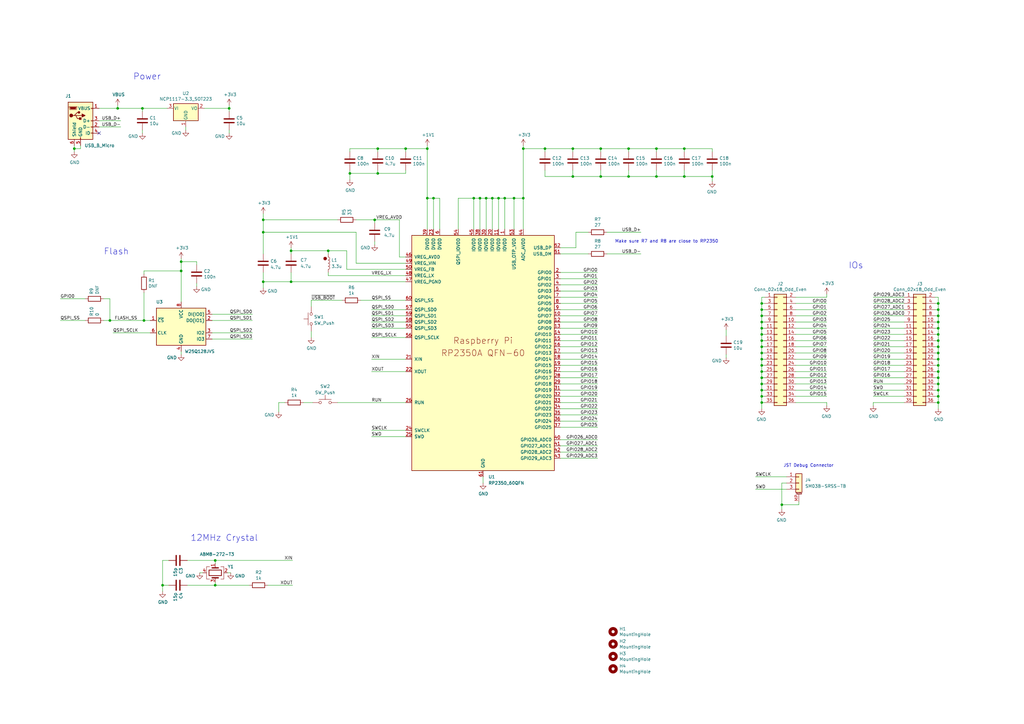
<source format=kicad_sch>
(kicad_sch (version 20250114) (generator "eeschema") (generator_version "9.0")
  (paper "A3")
  (title_block (title "RP2350A QFN-60 Minimal Design Example") (date "2024-07-01") (rev "REV3") (company "Raspberry Pi Ltd"))
  (circle (center 133.35 106.045) (radius 0.635) (stroke (width 0) (color 132 0 0 1)) (fill (type color) (color 132 0 0 1)))
  (text "JST Debug Connector" (at 321.31 191.77 0) (effects (font (size 1.27 1.27)) (justify left bottom)))
  (text "IOs" (at 347.98 110.49 0) (effects (font (size 2.54 2.54)) (justify left bottom)))
  (text "Flash" (at 42.545 104.775 0) (effects (font (size 2.54 2.54)) (justify left bottom)))
  (text "Make sure R7 and R8 are close to RP2350\n" (at 252.222 99.822 0) (effects (font (size 1.27 1.27)) (justify left bottom)))
  (text "12MHz Crystal" (at 78.105 222.25 0) (effects (font (size 2.54 2.54)) (justify left bottom)))
  (text "Power" (at 54.61 33.02 0) (effects (font (size 2.54 2.54)) (justify left bottom)))
  (junction (at 320.675 207.01))
  (junction (at 257.81 60.96))
  (junction (at 153.67 90.17))
  (junction (at 312.42 149.86))
  (junction (at 119.38 102.87))
  (junction (at 312.42 157.48))
  (junction (at 194.31 81.28))
  (junction (at 280.67 72.39))
  (junction (at 312.42 147.32))
  (junction (at 175.26 81.28))
  (junction (at 154.94 71.12))
  (junction (at 214.63 60.96))
  (junction (at 384.81 162.56))
  (junction (at 312.42 144.78))
  (junction (at 196.85 81.28))
  (junction (at 88.265 229.87))
  (junction (at 48.26 44.45))
  (junction (at 134.62 102.87))
  (junction (at 30.48 60.96))
  (junction (at 119.38 115.57))
  (junction (at 223.52 60.96))
  (junction (at 312.42 152.4))
  (junction (at 210.82 81.28))
  (junction (at 66.675 240.03))
  (junction (at 154.94 60.96))
  (junction (at 207.01 81.28))
  (junction (at 384.81 154.94))
  (junction (at 269.24 72.39))
  (junction (at 384.81 134.62))
  (junction (at 384.81 144.78))
  (junction (at 292.1 72.39))
  (junction (at 384.81 127))
  (junction (at 384.81 157.48))
  (junction (at 246.38 72.39))
  (junction (at 312.42 142.24))
  (junction (at 204.47 81.28))
  (junction (at 74.295 107.315))
  (junction (at 312.42 129.54))
  (junction (at 199.39 81.28))
  (junction (at 384.81 165.1))
  (junction (at 175.26 60.96))
  (junction (at 74.295 111.125))
  (junction (at 107.95 115.57))
  (junction (at 384.81 137.16))
  (junction (at 280.67 60.96))
  (junction (at 384.81 139.7))
  (junction (at 257.81 72.39))
  (junction (at 269.24 60.96))
  (junction (at 312.42 139.7))
  (junction (at 312.42 137.16))
  (junction (at 58.42 44.45))
  (junction (at 166.37 60.96))
  (junction (at 384.81 160.02))
  (junction (at 384.81 152.4))
  (junction (at 384.81 132.08))
  (junction (at 312.42 165.1))
  (junction (at 312.42 154.94))
  (junction (at 312.42 127))
  (junction (at 384.81 129.54))
  (junction (at 312.42 124.46))
  (junction (at 384.81 147.32))
  (junction (at 234.95 60.96))
  (junction (at 88.265 240.03))
  (junction (at 312.42 160.02))
  (junction (at 234.95 72.39))
  (junction (at 214.63 81.28))
  (junction (at 384.81 142.24))
  (junction (at 107.95 90.17))
  (junction (at 312.42 162.56))
  (junction (at 177.8 81.28))
  (junction (at 246.38 60.96))
  (junction (at 59.055 131.445))
  (junction (at 45.085 131.445))
  (junction (at 384.81 124.46))
  (junction (at 384.81 149.86))
  (junction (at 93.98 44.45))
  (junction (at 312.42 132.08))
  (junction (at 201.93 81.28))
  (junction (at 107.95 95.25))
  (junction (at 143.51 71.12))
  (junction (at 312.42 134.62))
  (no_connect (at 40.64 54.61))
  (wire (pts (xy 229.87 127) (xy 245.11 127)))
  (wire (pts (xy 153.67 100.33) (xy 153.67 99.06)))
  (wire (pts (xy 24.765 122.555) (xy 34.925 122.555)))
  (wire (pts (xy 146.05 95.25) (xy 146.05 107.95)))
  (wire (pts (xy 384.81 152.4) (xy 384.81 154.94)))
  (wire (pts (xy 229.87 185.42) (xy 245.11 185.42)))
  (wire (pts (xy 384.81 137.16) (xy 384.81 139.7)))
  (wire (pts (xy 339.09 144.78) (xy 326.39 144.78)))
  (wire (pts (xy 370.84 147.32) (xy 358.14 147.32)))
  (wire (pts (xy 312.42 160.02) (xy 312.42 162.56)))
  (wire (pts (xy 320.675 198.12) (xy 320.675 207.01)))
  (wire (pts (xy 154.94 60.96) (xy 166.37 60.96)))
  (wire (pts (xy 370.84 132.08) (xy 358.14 132.08)))
  (wire (pts (xy 229.87 129.54) (xy 245.11 129.54)))
  (wire (pts (xy 93.98 44.45) (xy 93.98 43.18)))
  (wire (pts (xy 370.84 157.48) (xy 358.14 157.48)))
  (wire (pts (xy 88.265 231.14) (xy 88.265 229.87)))
  (wire (pts (xy 234.95 62.23) (xy 234.95 60.96)))
  (wire (pts (xy 234.95 69.85) (xy 234.95 72.39)))
  (wire (pts (xy 163.83 90.17) (xy 163.83 105.41)))
  (wire (pts (xy 339.09 149.86) (xy 326.39 149.86)))
  (wire (pts (xy 207.01 81.28) (xy 210.82 81.28)))
  (wire (pts (xy 154.94 62.23) (xy 154.94 60.96)))
  (wire (pts (xy 166.37 138.43) (xy 152.4 138.43)))
  (wire (pts (xy 154.94 71.12) (xy 166.37 71.12)))
  (wire (pts (xy 30.48 59.69) (xy 30.48 60.96)))
  (wire (pts (xy 229.87 167.64) (xy 245.11 167.64)))
  (wire (pts (xy 384.81 165.1) (xy 384.81 167.64)))
  (wire (pts (xy 229.87 111.76) (xy 245.11 111.76)))
  (wire (pts (xy 143.51 69.85) (xy 143.51 71.12)))
  (wire (pts (xy 48.26 43.18) (xy 48.26 44.45)))
  (wire (pts (xy 153.67 90.17) (xy 163.83 90.17)))
  (wire (pts (xy 384.81 154.94) (xy 384.81 157.48)))
  (wire (pts (xy 229.87 162.56) (xy 245.11 162.56)))
  (wire (pts (xy 339.09 154.94) (xy 326.39 154.94)))
  (wire (pts (xy 384.81 132.08) (xy 384.81 134.62)))
  (wire (pts (xy 312.42 165.1) (xy 312.42 167.64)))
  (wire (pts (xy 246.38 62.23) (xy 246.38 60.96)))
  (wire (pts (xy 127.635 123.19) (xy 127.635 125.73)))
  (wire (pts (xy 166.37 176.53) (xy 152.4 176.53)))
  (wire (pts (xy 370.84 144.78) (xy 358.14 144.78)))
  (wire (pts (xy 107.95 90.17) (xy 107.95 95.25)))
  (wire (pts (xy 223.52 62.23) (xy 223.52 60.96)))
  (wire (pts (xy 88.265 240.03) (xy 102.235 240.03)))
  (wire (pts (xy 384.81 129.54) (xy 384.81 132.08)))
  (wire (pts (xy 223.52 69.85) (xy 223.52 72.39)))
  (wire (pts (xy 107.95 95.25) (xy 146.05 95.25)))
  (wire (pts (xy 107.95 95.25) (xy 107.95 104.14)))
  (wire (pts (xy 313.69 157.48) (xy 312.42 157.48)))
  (wire (pts (xy 66.675 240.03) (xy 66.675 242.57)))
  (wire (pts (xy 370.84 152.4) (xy 358.14 152.4)))
  (wire (pts (xy 312.42 162.56) (xy 312.42 165.1)))
  (wire (pts (xy 199.39 93.98) (xy 199.39 81.28)))
  (wire (pts (xy 33.02 59.69) (xy 33.02 60.96)))
  (wire (pts (xy 312.42 139.7) (xy 312.42 142.24)))
  (wire (pts (xy 187.96 93.98) (xy 187.96 81.28)))
  (wire (pts (xy 46.355 136.525) (xy 61.595 136.525)))
  (wire (pts (xy 74.295 106.045) (xy 74.295 107.315)))
  (wire (pts (xy 66.675 229.87) (xy 66.675 240.03)))
  (wire (pts (xy 210.82 81.28) (xy 214.63 81.28)))
  (wire (pts (xy 257.81 60.96) (xy 269.24 60.96)))
  (wire (pts (xy 383.54 142.24) (xy 384.81 142.24)))
  (wire (pts (xy 69.215 229.87) (xy 66.675 229.87)))
  (wire (pts (xy 153.67 90.17) (xy 153.67 91.44)))
  (wire (pts (xy 269.24 72.39) (xy 257.81 72.39)))
  (wire (pts (xy 339.09 157.48) (xy 326.39 157.48)))
  (wire (pts (xy 229.87 175.26) (xy 245.11 175.26)))
  (wire (pts (xy 42.545 122.555) (xy 45.085 122.555)))
  (wire (pts (xy 201.93 81.28) (xy 204.47 81.28)))
  (wire (pts (xy 40.64 52.07) (xy 49.53 52.07)))
  (wire (pts (xy 234.95 72.39) (xy 223.52 72.39)))
  (wire (pts (xy 269.24 69.85) (xy 269.24 72.39)))
  (wire (pts (xy 175.26 60.96) (xy 175.26 81.28)))
  (wire (pts (xy 196.85 81.28) (xy 199.39 81.28)))
  (wire (pts (xy 384.81 144.78) (xy 384.81 147.32)))
  (wire (pts (xy 383.54 157.48) (xy 384.81 157.48)))
  (wire (pts (xy 229.87 139.7) (xy 245.11 139.7)))
  (wire (pts (xy 201.93 93.98) (xy 201.93 81.28)))
  (wire (pts (xy 59.055 111.125) (xy 74.295 111.125)))
  (wire (pts (xy 146.05 107.95) (xy 166.37 107.95)))
  (wire (pts (xy 383.54 165.1) (xy 384.81 165.1)))
  (wire (pts (xy 383.54 139.7) (xy 384.81 139.7)))
  (wire (pts (xy 199.39 81.28) (xy 201.93 81.28)))
  (wire (pts (xy 58.42 45.72) (xy 58.42 44.45)))
  (wire (pts (xy 383.54 134.62) (xy 384.81 134.62)))
  (wire (pts (xy 107.95 87.63) (xy 107.95 90.17)))
  (wire (pts (xy 313.69 149.86) (xy 312.42 149.86)))
  (wire (pts (xy 384.81 127) (xy 384.81 129.54)))
  (wire (pts (xy 107.95 115.57) (xy 119.38 115.57)))
  (wire (pts (xy 229.87 132.08) (xy 245.11 132.08)))
  (wire (pts (xy 116.84 165.1) (xy 114.3 165.1)))
  (wire (pts (xy 234.95 60.96) (xy 246.38 60.96)))
  (wire (pts (xy 59.055 112.395) (xy 59.055 111.125)))
  (wire (pts (xy 119.38 104.14) (xy 119.38 102.87)))
  (wire (pts (xy 339.09 166.37) (xy 339.09 165.1)))
  (wire (pts (xy 229.87 114.3) (xy 245.11 114.3)))
  (wire (pts (xy 86.995 139.065) (xy 103.505 139.065)))
  (wire (pts (xy 166.37 123.19) (xy 147.955 123.19)))
  (wire (pts (xy 143.51 62.23) (xy 143.51 60.96)))
  (wire (pts (xy 312.42 127) (xy 312.42 129.54)))
  (wire (pts (xy 107.95 111.76) (xy 107.95 115.57)))
  (wire (pts (xy 383.54 129.54) (xy 384.81 129.54)))
  (wire (pts (xy 327.66 205.74) (xy 327.66 207.01)))
  (wire (pts (xy 370.84 160.02) (xy 358.14 160.02)))
  (wire (pts (xy 339.09 147.32) (xy 326.39 147.32)))
  (wire (pts (xy 370.84 142.24) (xy 358.14 142.24)))
  (wire (pts (xy 384.81 142.24) (xy 384.81 144.78)))
  (wire (pts (xy 166.37 110.49) (xy 142.24 110.49)))
  (wire (pts (xy 59.055 120.015) (xy 59.055 131.445)))
  (wire (pts (xy 74.295 144.145) (xy 74.295 145.415)))
  (wire (pts (xy 384.81 121.92) (xy 384.81 124.46)))
  (wire (pts (xy 383.54 160.02) (xy 384.81 160.02)))
  (wire (pts (xy 229.87 172.72) (xy 245.11 172.72)))
  (wire (pts (xy 140.335 123.19) (xy 127.635 123.19)))
  (wire (pts (xy 309.88 200.66) (xy 322.58 200.66)))
  (wire (pts (xy 384.81 157.48) (xy 384.81 160.02)))
  (wire (pts (xy 370.84 127) (xy 358.14 127)))
  (wire (pts (xy 229.87 187.96) (xy 245.11 187.96)))
  (wire (pts (xy 248.92 104.14) (xy 262.89 104.14)))
  (wire (pts (xy 384.81 149.86) (xy 384.81 152.4)))
  (wire (pts (xy 175.26 81.28) (xy 175.26 93.98)))
  (wire (pts (xy 370.84 149.86) (xy 358.14 149.86)))
  (wire (pts (xy 370.84 124.46) (xy 358.14 124.46)))
  (wire (pts (xy 59.055 131.445) (xy 61.595 131.445)))
  (wire (pts (xy 383.54 121.92) (xy 384.81 121.92)))
  (wire (pts (xy 214.63 81.28) (xy 214.63 93.98)))
  (wire (pts (xy 119.38 101.6) (xy 119.38 102.87)))
  (wire (pts (xy 109.855 240.03) (xy 120.015 240.03)))
  (wire (pts (xy 76.835 240.03) (xy 88.265 240.03)))
  (wire (pts (xy 119.38 115.57) (xy 166.37 115.57)))
  (wire (pts (xy 339.09 137.16) (xy 326.39 137.16)))
  (wire (pts (xy 107.95 115.57) (xy 107.95 118.11)))
  (wire (pts (xy 48.26 44.45) (xy 58.42 44.45)))
  (wire (pts (xy 313.69 139.7) (xy 312.42 139.7)))
  (wire (pts (xy 69.215 240.03) (xy 66.675 240.03)))
  (wire (pts (xy 383.54 162.56) (xy 384.81 162.56)))
  (wire (pts (xy 107.95 90.17) (xy 138.43 90.17)))
  (wire (pts (xy 383.54 152.4) (xy 384.81 152.4)))
  (wire (pts (xy 74.295 111.125) (xy 74.295 123.825)))
  (wire (pts (xy 143.51 71.12) (xy 143.51 73.66)))
  (wire (pts (xy 204.47 81.28) (xy 207.01 81.28)))
  (wire (pts (xy 24.765 131.445) (xy 34.925 131.445)))
  (wire (pts (xy 339.09 160.02) (xy 326.39 160.02)))
  (wire (pts (xy 83.82 44.45) (xy 93.98 44.45)))
  (wire (pts (xy 313.69 121.92) (xy 312.42 121.92)))
  (wire (pts (xy 313.69 160.02) (xy 312.42 160.02)))
  (wire (pts (xy 229.87 170.18) (xy 245.11 170.18)))
  (wire (pts (xy 154.94 69.85) (xy 154.94 71.12)))
  (wire (pts (xy 269.24 60.96) (xy 280.67 60.96)))
  (wire (pts (xy 383.54 124.46) (xy 384.81 124.46)))
  (wire (pts (xy 383.54 144.78) (xy 384.81 144.78)))
  (wire (pts (xy 339.09 121.92) (xy 339.09 120.65)))
  (wire (pts (xy 384.81 160.02) (xy 384.81 162.56)))
  (wire (pts (xy 358.14 165.1) (xy 370.84 165.1)))
  (wire (pts (xy 74.295 107.315) (xy 74.295 111.125)))
  (wire (pts (xy 292.1 69.85) (xy 292.1 72.39)))
  (wire (pts (xy 42.545 131.445) (xy 45.085 131.445)))
  (wire (pts (xy 86.995 136.525) (xy 103.505 136.525)))
  (wire (pts (xy 152.4 147.32) (xy 166.37 147.32)))
  (wire (pts (xy 198.12 195.58) (xy 198.12 198.12)))
  (wire (pts (xy 152.4 132.08) (xy 166.37 132.08)))
  (wire (pts (xy 81.915 234.95) (xy 83.185 234.95)))
  (wire (pts (xy 384.81 139.7) (xy 384.81 142.24)))
  (wire (pts (xy 58.42 53.34) (xy 58.42 54.61)))
  (wire (pts (xy 180.34 81.28) (xy 180.34 93.98)))
  (wire (pts (xy 194.31 93.98) (xy 194.31 81.28)))
  (wire (pts (xy 229.87 182.88) (xy 245.11 182.88)))
  (wire (pts (xy 229.87 116.84) (xy 245.11 116.84)))
  (wire (pts (xy 143.51 60.96) (xy 154.94 60.96)))
  (wire (pts (xy 142.24 110.49) (xy 142.24 102.87)))
  (wire (pts (xy 370.84 121.92) (xy 358.14 121.92)))
  (wire (pts (xy 383.54 154.94) (xy 384.81 154.94)))
  (wire (pts (xy 339.09 165.1) (xy 326.39 165.1)))
  (wire (pts (xy 80.645 107.315) (xy 74.295 107.315)))
  (wire (pts (xy 312.42 124.46) (xy 312.42 127)))
  (wire (pts (xy 229.87 137.16) (xy 245.11 137.16)))
  (wire (pts (xy 280.67 62.23) (xy 280.67 60.96)))
  (wire (pts (xy 152.4 127) (xy 166.37 127)))
  (wire (pts (xy 312.42 134.62) (xy 312.42 137.16)))
  (wire (pts (xy 236.22 95.25) (xy 236.22 101.6)))
  (wire (pts (xy 229.87 144.78) (xy 245.11 144.78)))
  (wire (pts (xy 383.54 137.16) (xy 384.81 137.16)))
  (wire (pts (xy 257.81 69.85) (xy 257.81 72.39)))
  (wire (pts (xy 214.63 59.69) (xy 214.63 60.96)))
  (wire (pts (xy 257.81 62.23) (xy 257.81 60.96)))
  (wire (pts (xy 229.87 154.94) (xy 245.11 154.94)))
  (wire (pts (xy 312.42 142.24) (xy 312.42 144.78)))
  (wire (pts (xy 146.05 90.17) (xy 153.67 90.17)))
  (wire (pts (xy 152.4 129.54) (xy 166.37 129.54)))
  (wire (pts (xy 313.69 147.32) (xy 312.42 147.32)))
  (wire (pts (xy 152.4 134.62) (xy 166.37 134.62)))
  (wire (pts (xy 269.24 62.23) (xy 269.24 60.96)))
  (wire (pts (xy 313.69 152.4) (xy 312.42 152.4)))
  (wire (pts (xy 229.87 134.62) (xy 245.11 134.62)))
  (wire (pts (xy 124.46 165.1) (xy 128.27 165.1)))
  (wire (pts (xy 127.635 135.89) (xy 127.635 138.43)))
  (wire (pts (xy 280.67 72.39) (xy 269.24 72.39)))
  (wire (pts (xy 80.645 108.585) (xy 80.645 107.315)))
  (wire (pts (xy 312.42 121.92) (xy 312.42 124.46)))
  (wire (pts (xy 297.815 135.255) (xy 297.815 137.795)))
  (wire (pts (xy 383.54 132.08) (xy 384.81 132.08)))
  (wire (pts (xy 166.37 60.96) (xy 175.26 60.96)))
  (wire (pts (xy 229.87 160.02) (xy 245.11 160.02)))
  (wire (pts (xy 370.84 134.62) (xy 358.14 134.62)))
  (wire (pts (xy 246.38 60.96) (xy 257.81 60.96)))
  (wire (pts (xy 257.81 72.39) (xy 246.38 72.39)))
  (wire (pts (xy 214.63 60.96) (xy 223.52 60.96)))
  (wire (pts (xy 134.62 113.03) (xy 166.37 113.03)))
  (wire (pts (xy 119.38 111.76) (xy 119.38 115.57)))
  (wire (pts (xy 229.87 149.86) (xy 245.11 149.86)))
  (wire (pts (xy 119.38 102.87) (xy 134.62 102.87)))
  (wire (pts (xy 33.02 60.96) (xy 30.48 60.96)))
  (wire (pts (xy 246.38 69.85) (xy 246.38 72.39)))
  (wire (pts (xy 166.37 179.07) (xy 152.4 179.07)))
  (wire (pts (xy 384.81 134.62) (xy 384.81 137.16)))
  (wire (pts (xy 236.22 95.25) (xy 241.3 95.25)))
  (wire (pts (xy 313.69 132.08) (xy 312.42 132.08)))
  (wire (pts (xy 312.42 129.54) (xy 312.42 132.08)))
  (wire (pts (xy 177.8 81.28) (xy 180.34 81.28)))
  (wire (pts (xy 339.09 162.56) (xy 326.39 162.56)))
  (wire (pts (xy 93.345 234.95) (xy 94.615 234.95)))
  (wire (pts (xy 196.85 93.98) (xy 196.85 81.28)))
  (wire (pts (xy 320.675 207.01) (xy 327.66 207.01)))
  (wire (pts (xy 384.81 162.56) (xy 384.81 165.1)))
  (wire (pts (xy 229.87 165.1) (xy 245.11 165.1)))
  (wire (pts (xy 313.69 124.46) (xy 312.42 124.46)))
  (wire (pts (xy 313.69 142.24) (xy 312.42 142.24)))
  (wire (pts (xy 312.42 147.32) (xy 312.42 149.86)))
  (wire (pts (xy 248.92 95.25) (xy 262.89 95.25)))
  (wire (pts (xy 339.09 142.24) (xy 326.39 142.24)))
  (wire (pts (xy 339.09 134.62) (xy 326.39 134.62)))
  (wire (pts (xy 358.14 166.37) (xy 358.14 165.1)))
  (wire (pts (xy 210.82 93.98) (xy 210.82 81.28)))
  (wire (pts (xy 339.09 124.46) (xy 326.39 124.46)))
  (wire (pts (xy 313.69 162.56) (xy 312.42 162.56)))
  (wire (pts (xy 175.26 59.69) (xy 175.26 60.96)))
  (wire (pts (xy 309.88 195.58) (xy 322.58 195.58)))
  (wire (pts (xy 229.87 119.38) (xy 245.11 119.38)))
  (wire (pts (xy 280.67 72.39) (xy 292.1 72.39)))
  (wire (pts (xy 292.1 72.39) (xy 292.1 74.295)))
  (wire (pts (xy 370.84 139.7) (xy 358.14 139.7)))
  (wire (pts (xy 134.62 113.03) (xy 134.62 111.76)))
  (wire (pts (xy 370.84 154.94) (xy 358.14 154.94)))
  (wire (pts (xy 229.87 157.48) (xy 245.11 157.48)))
  (wire (pts (xy 383.54 149.86) (xy 384.81 149.86)))
  (wire (pts (xy 313.69 129.54) (xy 312.42 129.54)))
  (wire (pts (xy 45.085 122.555) (xy 45.085 131.445)))
  (wire (pts (xy 339.09 129.54) (xy 326.39 129.54)))
  (wire (pts (xy 229.87 180.34) (xy 245.11 180.34)))
  (wire (pts (xy 280.67 60.96) (xy 292.1 60.96)))
  (wire (pts (xy 313.69 134.62) (xy 312.42 134.62)))
  (wire (pts (xy 194.31 81.28) (xy 196.85 81.28)))
  (wire (pts (xy 312.42 152.4) (xy 312.42 154.94)))
  (wire (pts (xy 204.47 93.98) (xy 204.47 81.28)))
  (wire (pts (xy 339.09 152.4) (xy 326.39 152.4)))
  (wire (pts (xy 383.54 127) (xy 384.81 127)))
  (wire (pts (xy 229.87 152.4) (xy 245.11 152.4)))
  (wire (pts (xy 134.62 102.87) (xy 134.62 104.14)))
  (wire (pts (xy 76.2 52.07) (xy 76.2 53.34)))
  (wire (pts (xy 312.42 144.78) (xy 312.42 147.32)))
  (wire (pts (xy 339.09 127) (xy 326.39 127)))
  (wire (pts (xy 229.87 147.32) (xy 245.11 147.32)))
  (wire (pts (xy 45.085 131.445) (xy 59.055 131.445)))
  (wire (pts (xy 40.64 49.53) (xy 49.53 49.53)))
  (wire (pts (xy 166.37 62.23) (xy 166.37 60.96)))
  (wire (pts (xy 229.87 101.6) (xy 236.22 101.6)))
  (wire (pts (xy 313.69 137.16) (xy 312.42 137.16)))
  (wire (pts (xy 93.98 45.72) (xy 93.98 44.45)))
  (wire (pts (xy 246.38 72.39) (xy 234.95 72.39)))
  (wire (pts (xy 143.51 71.12) (xy 154.94 71.12)))
  (wire (pts (xy 339.09 121.92) (xy 326.39 121.92)))
  (wire (pts (xy 187.96 81.28) (xy 194.31 81.28)))
  (wire (pts (xy 370.84 129.54) (xy 358.14 129.54)))
  (wire (pts (xy 384.81 124.46) (xy 384.81 127)))
  (wire (pts (xy 40.64 44.45) (xy 48.26 44.45)))
  (wire (pts (xy 177.8 81.28) (xy 175.26 81.28)))
  (wire (pts (xy 68.58 44.45) (xy 58.42 44.45)))
  (wire (pts (xy 207.01 81.28) (xy 207.01 93.98)))
  (wire (pts (xy 322.58 198.12) (xy 320.675 198.12)))
  (wire (pts (xy 88.265 229.87) (xy 120.015 229.87)))
  (wire (pts (xy 30.48 60.96) (xy 30.48 62.23)))
  (wire (pts (xy 313.69 154.94) (xy 312.42 154.94)))
  (wire (pts (xy 93.98 53.34) (xy 93.98 54.61)))
  (wire (pts (xy 312.42 149.86) (xy 312.42 152.4)))
  (wire (pts (xy 229.87 104.14) (xy 241.3 104.14)))
  (wire (pts (xy 142.24 102.87) (xy 134.62 102.87)))
  (wire (pts (xy 114.3 165.1) (xy 114.3 168.91)))
  (wire (pts (xy 88.265 238.76) (xy 88.265 240.03)))
  (wire (pts (xy 229.87 124.46) (xy 245.11 124.46)))
  (wire (pts (xy 229.87 142.24) (xy 245.11 142.24)))
  (wire (pts (xy 312.42 132.08) (xy 312.42 134.62)))
  (wire (pts (xy 339.09 139.7) (xy 326.39 139.7)))
  (wire (pts (xy 214.63 60.96) (xy 214.63 81.28)))
  (wire (pts (xy 313.69 127) (xy 312.42 127)))
  (wire (pts (xy 229.87 121.92) (xy 245.11 121.92)))
  (wire (pts (xy 163.83 105.41) (xy 166.37 105.41)))
  (wire (pts (xy 384.81 147.32) (xy 384.81 149.86)))
  (wire (pts (xy 297.815 145.415) (xy 297.815 146.685)))
  (wire (pts (xy 86.995 128.905) (xy 103.505 128.905)))
  (wire (pts (xy 339.09 132.08) (xy 326.39 132.08)))
  (wire (pts (xy 312.42 154.94) (xy 312.42 157.48)))
  (wire (pts (xy 223.52 60.96) (xy 234.95 60.96)))
  (wire (pts (xy 166.37 152.4) (xy 152.4 152.4)))
  (wire (pts (xy 320.675 207.01) (xy 320.675 208.915)))
  (wire (pts (xy 313.69 165.1) (xy 312.42 165.1)))
  (wire (pts (xy 313.69 144.78) (xy 312.42 144.78)))
  (wire (pts (xy 292.1 62.23) (xy 292.1 60.96)))
  (wire (pts (xy 312.42 157.48) (xy 312.42 160.02)))
  (wire (pts (xy 370.84 137.16) (xy 358.14 137.16)))
  (wire (pts (xy 383.54 147.32) (xy 384.81 147.32)))
  (wire (pts (xy 370.84 162.56) (xy 358.14 162.56)))
  (wire (pts (xy 76.835 229.87) (xy 88.265 229.87)))
  (wire (pts (xy 86.995 131.445) (xy 103.505 131.445)))
  (wire (pts (xy 166.37 71.12) (xy 166.37 69.85)))
  (wire (pts (xy 177.8 93.98) (xy 177.8 81.28)))
  (wire (pts (xy 138.43 165.1) (xy 166.37 165.1)))
  (wire (pts (xy 280.67 69.85) (xy 280.67 72.39)))
  (wire (pts (xy 80.645 116.205) (xy 80.645 117.475)))
  (wire (pts (xy 312.42 137.16) (xy 312.42 139.7)))
  (label "XIN" (at 152.4 147.32 0))
  (label "GPIO26_ADC0" (at 358.14 129.54 0))
  (label "USB_D+" (at 262.89 95.25 180))
  (label "GPIO26_ADC0" (at 245.11 180.34 180))
  (label "QSPI_SS" (at 24.765 131.445 0))
  (label "GPIO25" (at 358.14 132.08 0))
  (label "RUN" (at 358.14 157.48 0))
  (label "GPIO11" (at 339.09 152.4 180))
  (label "XOUT" (at 152.4 152.4 0))
  (label "GPIO2" (at 245.11 116.84 180))
  (label "GPIO1" (at 245.11 114.3 180))
  (label "GPIO3" (at 339.09 132.08 180))
  (label "GPIO15" (at 339.09 162.56 180))
  (label "GPIO21" (at 358.14 142.24 0))
  (label "GPIO20" (at 358.14 144.78 0))
  (label "GPIO8" (at 339.09 144.78 180))
  (label "SWCLK" (at 358.14 162.56 0))
  (label "GPIO0" (at 24.765 122.555 0))
  (label "GPIO17" (at 358.14 152.4 0))
  (label "GPIO1" (at 339.09 127 180))
  (label "GPIO28_ADC2" (at 358.14 124.46 0))
  (label "GPIO18" (at 358.14 149.86 0))
  (label "QSPI_SD2" (at 103.505 136.525 180))
  (label "FLASH_SS" (at 46.99 131.445 0))
  (label "GPIO27_ADC1" (at 358.14 127 0))
  (label "GPIO0" (at 245.11 111.76 180))
  (label "GPIO14" (at 245.11 147.32 180))
  (label "RUN" (at 152.4 165.1 0))
  (label "QSPI_SD0" (at 152.4 127 0))
  (label "QSPI_SD0" (at 103.505 128.905 180))
  (label "GPIO16" (at 358.14 154.94 0))
  (label "QSPI_SS" (at 152.4 123.19 0))
  (label "SWCLK" (at 152.4 176.53 0))
  (label "GPIO22" (at 358.14 139.7 0))
  (label "GPIO25" (at 245.11 175.26 180))
  (label "SWD" (at 358.14 160.02 0))
  (label "GPIO12" (at 339.09 154.94 180))
  (label "GPIO10" (at 339.09 149.86 180))
  (label "GPIO19" (at 358.14 147.32 0))
  (label "SWCLK" (at 309.88 195.58 0))
  (label "QSPI_SD3" (at 103.505 139.065 180))
  (label "GPIO24" (at 245.11 172.72 180))
  (label "GPIO4" (at 245.11 121.92 180))
  (label "GPIO7" (at 339.09 142.24 180))
  (label "XOUT" (at 120.015 240.03 180))
  (label "GPIO5" (at 245.11 124.46 180))
  (label "QSPI_SD2" (at 152.4 132.08 0))
  (label "GPIO19" (at 245.11 160.02 180))
  (label "USB_D+" (at 49.53 49.53 180))
  (label "USB_D-" (at 262.89 104.14 180))
  (label "GPIO8" (at 245.11 132.08 180))
  (label "GPIO6" (at 339.09 139.7 180))
  (label "~{USB_BOOT}" (at 127.635 123.19 0))
  (label "XIN" (at 120.015 229.87 180))
  (label "GPIO10" (at 245.11 137.16 180))
  (label "VREG_AVDD" (at 154.305 90.17 0))
  (label "GPIO18" (at 245.11 157.48 180))
  (label "GPIO9" (at 245.11 134.62 180))
  (label "GPIO20" (at 245.11 162.56 180))
  (label "USB_D-" (at 49.53 52.07 180))
  (label "GPIO12" (at 245.11 142.24 180))
  (label "GPIO22" (at 245.11 167.64 180))
  (label "GPIO0" (at 339.09 124.46 180))
  (label "QSPI_SD1" (at 152.4 129.54 0))
  (label "GPIO24" (at 358.14 134.62 0))
  (label "GPIO4" (at 339.09 134.62 180))
  (label "QSPI_SCLK" (at 152.4 138.43 0))
  (label "QSPI_SCLK" (at 46.355 136.525 0))
  (label "GPIO13" (at 245.11 144.78 180))
  (label "GPIO13" (at 339.09 157.48 180))
  (label "GPIO17" (at 245.11 154.94 180))
  (label "GPIO29_ADC3" (at 245.11 187.96 180))
  (label "GPIO2" (at 339.09 129.54 180))
  (label "GPIO28_ADC2" (at 245.11 185.42 180))
  (label "SWD" (at 309.88 200.66 0))
  (label "GPIO14" (at 339.09 160.02 180))
  (label "GPIO27_ADC1" (at 245.11 182.88 180))
  (label "GPIO3" (at 245.11 119.38 180))
  (label "GPIO11" (at 245.11 139.7 180))
  (label "GPIO29_ADC3" (at 358.14 121.92 0))
  (label "QSPI_SD1" (at 103.505 131.445 180))
  (label "VREG_LX" (at 152.4 113.03 0))
  (label "SWD" (at 152.4 179.07 0))
  (label "GPIO7" (at 245.11 129.54 180))
  (label "GPIO9" (at 339.09 147.32 180))
  (label "GPIO23" (at 358.14 137.16 0))
  (label "GPIO6" (at 245.11 127 180))
  (label "GPIO5" (at 339.09 137.16 180))
  (label "GPIO15" (at 245.11 149.86 180))
  (label "GPIO21" (at 245.11 165.1 180))
  (label "GPIO16" (at 245.11 152.4 180))
  (label "QSPI_SD3" (at 152.4 134.62 0))
  (label "GPIO23" (at 245.11 170.18 180))
  (symbol (lib_id "Memory_Flash:W25Q128JVS") (at 74.295 133.985 0) (unit 1)
    (property "Reference" "U3" (at 65.405 123.825 0))
    (property "Value" "W25Q128JVS" (at 81.915 144.145 0))
    (property "Footprint" "Package_SO:SOIC-8_5.23x5.23mm_P1.27mm" (effects (hide yes)))
    (property "Datasheet" "http://www.winbond.com/resource-files/w25q128jv_dtr%20revc%2003272018%20plus.pdf" (effects (hide yes)))
  )
  (symbol (lib_id "power:+3V3") (at 74.295 106.045 0) (unit 1)
    (property "Reference" "#PWR04" (effects (hide yes)))
    (property "Value" "+3V3" (at 74.676 101.6508 0))
  )
  (symbol (lib_id "power:GND") (at 74.295 145.415 0) (unit 1)
    (property "Reference" "#PWR05" (effects (hide yes)))
    (property "Value" "GND" (at 70.485 146.685 0))
  )
  (symbol (lib_id "Device:R") (at 59.055 116.205 0) (unit 1)
    (property "Reference" "R1" (at 60.833 115.0366 0) (effects (justify left)))
    (property "Value" "DNF" (at 60.833 117.348 0) (effects (justify left)))
    (property "Footprint" "Resistor_SMD:R_0402_1005Metric" (effects (hide yes)))
  )
  (symbol (lib_id "Device:C") (at 80.645 112.395 0) (unit 1)
    (property "Reference" "C2" (at 83.566 111.2266 0) (effects (justify left)))
    (property "Value" "100n" (at 83.566 113.538 0) (effects (justify left)))
    (property "Footprint" "Capacitor_SMD:C_0402_1005Metric" (effects (hide yes)))
  )
  (symbol (lib_id "power:GND") (at 80.645 117.475 0) (unit 1)
    (property "Reference" "#PWR06" (effects (hide yes)))
    (property "Value" "GND" (at 84.455 118.745 0))
  )
  (symbol (lib_id "Connector:USB_B_Micro") (at 33.02 49.53 0) (unit 1)
    (property "Reference" "J1" (at 29.21 39.37 0) (effects (justify right)))
    (property "Value" "USB_B_Micro" (at 46.99 59.69 0) (effects (justify right)))
    (property "Footprint" "Connector_USB:USB_Micro-B_Amphenol_10103594-0001LF_Horizontal" (effects (hide yes)))
  )
  (symbol (lib_id "power:GND") (at 198.12 198.12 0) (unit 1)
    (property "Reference" "#PWR021" (effects (hide yes)))
    (property "Value" "GND" (at 198.247 202.5142 0))
  )
  (symbol (lib_id "Device:R") (at 245.11 95.25 270) (unit 1)
    (property "Reference" "R7" (at 245.11 89.9922 90))
    (property "Value" "27" (at 245.11 92.3036 90))
    (property "Footprint" "Resistor_SMD:R_0402_1005Metric" (effects (hide yes)))
  )
  (symbol (lib_id "Device:R") (at 245.11 104.14 270) (unit 1)
    (property "Reference" "R8" (at 245.11 98.8822 90))
    (property "Value" "27" (at 245.11 101.1936 90))
    (property "Footprint" "Resistor_SMD:R_0402_1005Metric" (effects (hide yes)))
  )
  (symbol (lib_id "power:GND") (at 30.48 62.23 0) (unit 1)
    (property "Reference" "#PWR01" (effects (hide yes)))
    (property "Value" "GND" (at 30.607 66.6242 0))
  )
  (symbol (lib_id "power:GND") (at 339.09 166.37 0) (mirror y) (unit 1)
    (property "Reference" "#PWR026" (effects (hide yes)))
    (property "Value" "GND" (at 338.963 170.7642 0))
  )
  (symbol (lib_id "power:GND") (at 358.14 166.37 0) (unit 1)
    (property "Reference" "#PWR029" (effects (hide yes)))
    (property "Value" "GND" (at 358.267 170.7642 0))
  )
  (symbol (lib_id "power:+3V3") (at 214.63 59.69 0) (unit 1)
    (property "Reference" "#PWR022" (effects (hide yes)))
    (property "Value" "+3V3" (at 215.011 55.2958 0))
  )
  (symbol (lib_id "Device:C") (at 223.52 66.04 0) (unit 1)
    (property "Reference" "C12" (at 226.441 64.8716 0) (effects (justify left)))
    (property "Value" "100n" (at 226.441 67.183 0) (effects (justify left)))
    (property "Footprint" "Capacitor_SMD:C_0402_1005Metric" (effects (hide yes)))
  )
  (symbol (lib_id "Device:C") (at 234.95 66.04 0) (unit 1)
    (property "Reference" "C13" (at 237.871 64.8716 0) (effects (justify left)))
    (property "Value" "100n" (at 237.871 67.183 0) (effects (justify left)))
    (property "Footprint" "Capacitor_SMD:C_0402_1005Metric" (effects (hide yes)))
  )
  (symbol (lib_id "Device:C") (at 246.38 66.04 0) (unit 1)
    (property "Reference" "C14" (at 249.301 64.8716 0) (effects (justify left)))
    (property "Value" "100n" (at 249.301 67.183 0) (effects (justify left)))
    (property "Footprint" "Capacitor_SMD:C_0402_1005Metric" (effects (hide yes)))
  )
  (symbol (lib_id "Device:C") (at 257.81 66.04 0) (unit 1)
    (property "Reference" "C15" (at 260.731 64.8716 0) (effects (justify left)))
    (property "Value" "100n" (at 260.731 67.183 0) (effects (justify left)))
    (property "Footprint" "Capacitor_SMD:C_0402_1005Metric" (effects (hide yes)))
  )
  (symbol (lib_id "Device:C") (at 269.24 66.04 0) (unit 1)
    (property "Reference" "C16" (at 272.161 64.8716 0) (effects (justify left)))
    (property "Value" "100n" (at 272.161 67.183 0) (effects (justify left)))
    (property "Footprint" "Capacitor_SMD:C_0402_1005Metric" (effects (hide yes)))
  )
  (symbol (lib_id "Device:C") (at 280.67 66.04 0) (unit 1)
    (property "Reference" "C17" (at 283.591 64.8716 0) (effects (justify left)))
    (property "Value" "100n" (at 283.591 67.183 0) (effects (justify left)))
    (property "Footprint" "Capacitor_SMD:C_0402_1005Metric" (effects (hide yes)))
  )
  (symbol (lib_id "Mechanical:MountingHole") (at 251.46 259.08 0) (unit 1)
    (property "Reference" "H1" (at 254 257.9116 0) (effects (justify left)))
    (property "Value" "MountingHole" (at 254 260.223 0) (effects (justify left)))
    (property "Footprint" "MountingHole:MountingHole_2.7mm_M2.5" (effects (hide yes)))
  )
  (symbol (lib_id "Mechanical:MountingHole") (at 251.46 264.16 0) (unit 1)
    (property "Reference" "H2" (at 254 262.9916 0) (effects (justify left)))
    (property "Value" "MountingHole" (at 254 265.303 0) (effects (justify left)))
    (property "Footprint" "MountingHole:MountingHole_2.7mm_M2.5" (effects (hide yes)))
  )
  (symbol (lib_id "Mechanical:MountingHole") (at 251.46 269.24 0) (unit 1)
    (property "Reference" "H3" (at 254 268.0716 0) (effects (justify left)))
    (property "Value" "MountingHole" (at 254 270.383 0) (effects (justify left)))
    (property "Footprint" "MountingHole:MountingHole_2.7mm_M2.5" (effects (hide yes)))
  )
  (symbol (lib_id "Mechanical:MountingHole") (at 251.46 274.32 0) (unit 1)
    (property "Reference" "H4" (at 254 273.1516 0) (effects (justify left)))
    (property "Value" "MountingHole" (at 254 275.463 0) (effects (justify left)))
    (property "Footprint" "MountingHole:MountingHole_2.7mm_M2.5" (effects (hide yes)))
  )
  (symbol (lib_id "Regulator_Linear:NCP1117-3.3_SOT223") (at 76.2 44.45 0) (unit 1)
    (property "Reference" "U2" (at 76.2 38.3032 0))
    (property "Value" "NCP1117-3.3_SOT223" (at 76.2 40.6146 0))
    (property "Footprint" "Package_TO_SOT_SMD:SOT-223-3_TabPin2" (effects (hide yes)))
    (property "Datasheet" "http://www.onsemi.com/pub_link/Collateral/NCP1117-D.PDF" (effects (hide yes)))
  )
  (symbol (lib_id "power:VBUS") (at 48.26 43.18 0) (unit 1)
    (property "Reference" "#PWR02" (effects (hide yes)))
    (property "Value" "VBUS" (at 48.641 38.7858 0))
  )
  (symbol (lib_id "power:GND") (at 76.2 53.34 0) (unit 1)
    (property "Reference" "#PWR08" (effects (hide yes)))
    (property "Value" "GND" (at 72.39 54.61 0))
  )
  (symbol (lib_id "power:+3V3") (at 93.98 43.18 0) (unit 1)
    (property "Reference" "#PWR010" (effects (hide yes)))
    (property "Value" "+3V3" (at 94.361 38.7858 0))
  )
  (symbol (lib_id "Device:C") (at 58.42 49.53 0) (unit 1)
    (property "Reference" "C1" (at 61.341 48.3616 0) (effects (justify left)))
    (property "Value" "10u" (at 61.341 50.673 0) (effects (justify left)))
    (property "Footprint" "Capacitor_SMD:C_0805_2012Metric" (effects (hide yes)))
  )
  (symbol (lib_id "Device:C") (at 93.98 49.53 0) (unit 1)
    (property "Reference" "C5" (at 96.901 48.3616 0) (effects (justify left)))
    (property "Value" "10u" (at 96.901 50.673 0) (effects (justify left)))
    (property "Footprint" "Capacitor_SMD:C_0805_2012Metric" (effects (hide yes)))
  )
  (symbol (lib_id "power:GND") (at 58.42 54.61 0) (unit 1)
    (property "Reference" "#PWR03" (effects (hide yes)))
    (property "Value" "GND" (at 54.61 55.88 0))
  )
  (symbol (lib_id "power:GND") (at 93.98 54.61 0) (unit 1)
    (property "Reference" "#PWR011" (effects (hide yes)))
    (property "Value" "GND" (at 90.17 55.88 0))
  )
  (symbol (lib_id "power:+3V3") (at 297.815 135.255 0) (unit 1)
    (property "Reference" "#PWR027" (effects (hide yes)))
    (property "Value" "+3V3" (at 298.196 130.8608 0))
  )
  (symbol (lib_id "Device:C") (at 297.815 141.605 0) (unit 1)
    (property "Reference" "C19" (at 300.736 140.4366 0) (effects (justify left)))
    (property "Value" "10u" (at 300.736 142.748 0) (effects (justify left)))
    (property "Footprint" "Capacitor_SMD:C_0805_2012Metric" (effects (hide yes)))
  )
  (symbol (lib_id "power:GND") (at 297.815 146.685 0) (unit 1)
    (property "Reference" "#PWR028" (effects (hide yes)))
    (property "Value" "GND" (at 294.005 147.955 0))
  )
  (symbol (lib_id "power:GND") (at 312.42 167.64 0) (mirror y) (unit 1)
    (property "Reference" "#PWR024" (effects (hide yes)))
    (property "Value" "GND" (at 312.293 172.0342 0))
  )
  (symbol (lib_id "power:GND") (at 384.81 167.64 0) (unit 1)
    (property "Reference" "#PWR030" (effects (hide yes)))
    (property "Value" "GND" (at 384.937 172.0342 0))
  )
  (symbol (lib_id "power:+3V3") (at 339.09 120.65 0) (unit 1)
    (property "Reference" "#PWR025" (effects (hide yes)))
    (property "Value" "+3V3" (at 339.471 116.2558 0))
  )
  (symbol (lib_id "Connector_Generic:Conn_02x18_Odd_Even") (at 375.92 142.24 0) (unit 1)
    (property "Reference" "J3" (at 377.19 116.4082 0))
    (property "Value" "Conn_02x18_Odd_Even" (at 377.19 118.7196 0))
    (property "Footprint" "Connector_PinHeader_2.54mm:PinHeader_2x18_P2.54mm_Vertical" (effects (hide yes)))
  )
  (symbol (lib_id "Connector_Generic:Conn_02x18_Odd_Even") (at 318.77 142.24 0) (unit 1)
    (property "Reference" "J2" (at 320.04 116.4082 0))
    (property "Value" "Conn_02x18_Odd_Even" (at 320.04 118.7196 0))
    (property "Footprint" "Connector_PinHeader_2.54mm:PinHeader_2x18_P2.54mm_Vertical" (effects (hide yes)))
  )
  (symbol (lib_id "power:+3V3") (at 107.95 87.63 0) (unit 1)
    (property "Reference" "#PWR013" (effects (hide yes)))
    (property "Value" "+3V3" (at 108.331 83.2358 0))
  )
  (symbol (lib_id "Device:C") (at 166.37 66.04 0) (unit 1)
    (property "Reference" "C11" (at 169.291 64.8716 0) (effects (justify left)))
    (property "Value" "100n" (at 169.291 67.183 0) (effects (justify left)))
    (property "Footprint" "Capacitor_SMD:C_0402_1005Metric" (effects (hide yes)))
  )
  (symbol (lib_id "Device:R") (at 120.65 165.1 270) (unit 1)
    (property "Reference" "R4" (at 120.65 159.8422 90))
    (property "Value" "1k" (at 120.65 162.1536 90))
    (property "Footprint" "Resistor_SMD:R_0402_1005Metric" (effects (hide yes)))
  )
  (symbol (lib_id "power:GND") (at 127.635 138.43 0) (unit 1)
    (property "Reference" "#PWR017" (effects (hide yes)))
    (property "Value" "GND" (at 127.762 142.8242 0))
  )
  (symbol (lib_id "power:GND") (at 153.67 100.33 0) (unit 1)
    (property "Reference" "#PWR019" (effects (hide yes)))
    (property "Value" "GND" (at 149.86 101.6 0))
  )
  (symbol (lib_id "MCU_RaspberryPi_RP2350:RP2350_60QFN") (at 198.12 144.78 0) (unit 1)
    (property "Reference" "U1" (at 200.3141 195.58 0) (effects (justify left)))
    (property "Value" "RP2350_60QFN" (at 200.3141 198.12 0) (effects (justify left)))
    (property "Footprint" "RP2350_60QFN_minimal:RP2350-QFN-60-1EP_7x7_P0.4mm_EP3.4x3.4mm_ThermalVias" (effects (hide yes)))
  )
  (symbol (lib_id "Device:C") (at 292.1 66.04 0) (unit 1)
    (property "Reference" "C18" (at 295.021 64.8716 0) (effects (justify left)))
    (property "Value" "100n" (at 295.021 67.183 0) (effects (justify left)))
    (property "Footprint" "Capacitor_SMD:C_0402_1005Metric" (effects (hide yes)))
  )
  (symbol (lib_id "power:GND") (at 66.675 242.57 0) (unit 1)
    (property "Reference" "#PWR07" (effects (hide yes)))
    (property "Value" "GND" (at 66.802 246.9642 0))
  )
  (symbol (lib_id "Switch:SW_Push") (at 133.35 165.1 0) (unit 1)
    (property "Reference" "SW2" (at 133.35 158.4792 0))
    (property "Value" "SW_Push" (at 133.35 161.0161 0))
    (property "Footprint" "Button_Switch_SMD:SW_Push_1P1T_NO_Vertical_Wuerth_434133025816" (effects (hide yes)))
  )
  (symbol (lib_id "Device:R") (at 144.145 123.19 270) (unit 1)
    (property "Reference" "R6" (at 144.145 117.9322 90))
    (property "Value" "1k" (at 144.145 120.2436 90))
    (property "Footprint" "Resistor_SMD:R_0402_1005Metric" (effects (hide yes)))
  )
  (symbol (lib_id "Device:R") (at 142.24 90.17 90) (unit 1)
    (property "Reference" "R5" (at 141.0716 88.392 0) (effects (justify left)))
    (property "Value" "33" (at 143.383 88.392 0) (effects (justify left)))
    (property "Footprint" "Resistor_SMD:R_0402_1005Metric" (effects (hide yes)))
  )
  (symbol (lib_id "Device:C") (at 107.95 107.95 0) (unit 1)
    (property "Reference" "C6" (at 110.871 107.1153 0) (effects (justify left)))
    (property "Value" "4.7u" (at 110.871 109.6522 0) (effects (justify left)))
    (property "Footprint" "RP2350_60QFN_minimal:C_0402_1005Metric_small_pads" (effects (hide yes)))
  )
  (symbol (lib_id "power:GND") (at 94.615 234.95 0) (unit 1)
    (property "Reference" "#PWR012" (effects (hide yes)))
    (property "Value" "GND" (at 98.425 236.22 0))
  )
  (symbol (lib_id "power:GND") (at 320.675 208.915 0) (mirror y) (unit 1)
    (property "Reference" "#PWR031" (effects (hide yes)))
    (property "Value" "GND" (at 320.548 213.3092 0))
  )
  (symbol (lib_id "power:GND") (at 143.51 73.66 0) (unit 1)
    (property "Reference" "#PWR018" (effects (hide yes)))
    (property "Value" "GND" (at 143.637 78.0542 0))
  )
  (symbol (lib_id "Device:C") (at 73.025 240.03 270) (unit 1)
    (property "Reference" "C4" (at 74.1934 242.951 0) (effects (justify left)))
    (property "Value" "15p" (at 71.882 242.951 0) (effects (justify left)))
    (property "Footprint" "Capacitor_SMD:C_0402_1005Metric" (effects (hide yes)))
  )
  (symbol (lib_id "Device:C") (at 119.38 107.95 0) (unit 1)
    (property "Reference" "C7" (at 123.19 106.68 0) (effects (justify left)))
    (property "Value" "4.7u" (at 123.19 109.22 0) (effects (justify left)))
    (property "Footprint" "RP2350_60QFN_minimal:C_0402_1005Metric_small_pads" (effects (hide yes)))
  )
  (symbol (lib_id "Device:C") (at 153.67 95.25 0) (unit 1)
    (property "Reference" "C9" (at 157.48 93.98 0) (effects (justify left)))
    (property "Value" "4.7u" (at 157.48 96.52 0) (effects (justify left)))
    (property "Footprint" "Capacitor_SMD:C_0402_1005Metric" (effects (hide yes)))
  )
  (symbol (lib_id "power:+1V1") (at 175.26 59.69 0) (unit 1)
    (property "Reference" "#PWR020" (effects (hide yes)))
    (property "Value" "+1V1" (at 175.641 55.2958 0))
  )
  (symbol (lib_id "Connector_Generic_MountingPin:Conn_01x03_MountingPin") (at 327.66 198.12 0) (unit 1)
    (property "Reference" "J4" (at 330.2 196.85 0) (effects (justify left)))
    (property "Value" "SM03B-SRSS-TB" (at 330.2 199.39 0) (effects (justify left)))
    (property "Footprint" "Connector_JST:JST_SH_SM03B-SRSS-TB_1x03-1MP_P1.00mm_Horizontal" (effects (hide yes)))
  )
  (symbol (lib_id "Device:R") (at 106.045 240.03 270) (unit 1)
    (property "Reference" "R2" (at 106.045 234.7722 90))
    (property "Value" "1k" (at 106.045 237.0836 90))
    (property "Footprint" "Resistor_SMD:R_0402_1005Metric" (effects (hide yes)))
  )
  (symbol (lib_id "Device:C") (at 143.51 66.04 0) (unit 1)
    (property "Reference" "C8" (at 146.431 64.8716 0) (effects (justify left)))
    (property "Value" "100n" (at 146.431 67.183 0) (effects (justify left)))
    (property "Footprint" "Capacitor_SMD:C_0402_1005Metric" (effects (hide yes)))
  )
  (symbol (lib_id "Switch:SW_Push") (at 127.635 130.81 90) (unit 1)
    (property "Reference" "SW1" (at 128.778 129.9753 90) (effects (justify right)))
    (property "Value" "SW_Push" (at 128.778 132.5122 90) (effects (justify right)))
    (property "Footprint" "Button_Switch_SMD:SW_Push_1P1T_NO_Vertical_Wuerth_434133025816" (effects (hide yes)))
  )
  (symbol (lib_id "Device:C") (at 154.94 66.04 0) (unit 1)
    (property "Reference" "C10" (at 157.861 64.8716 0) (effects (justify left)))
    (property "Value" "4.7u" (at 157.861 67.183 0) (effects (justify left)))
    (property "Footprint" "Capacitor_SMD:C_0402_1005Metric" (effects (hide yes)))
  )
  (symbol (lib_id "Device:R") (at 38.735 131.445 90) (unit 1)
    (property "Reference" "R10" (at 37.5666 129.667 0) (effects (justify left)))
    (property "Value" "0" (at 39.878 129.667 0) (effects (justify left)))
    (property "Footprint" "Resistor_SMD:R_0402_1005Metric" (effects (hide yes)))
  )
  (symbol (lib_id "Device:R") (at 38.735 122.555 90) (unit 1)
    (property "Reference" "R9" (at 37.5666 120.777 0) (effects (justify left)))
    (property "Value" "DNF" (at 39.878 120.777 0) (effects (justify left)))
    (property "Footprint" "Resistor_SMD:R_0402_1005Metric" (effects (hide yes)))
  )
  (symbol (lib_id "power:GND") (at 81.915 234.95 0) (unit 1)
    (property "Reference" "#PWR09" (effects (hide yes)))
    (property "Value" "GND" (at 78.105 236.22 0))
  )
  (symbol (lib_id "power:GND") (at 292.1 74.295 0) (mirror y) (unit 1)
    (property "Reference" "#PWR023" (effects (hide yes)))
    (property "Value" "GND" (at 291.973 78.6892 0))
  )
  (symbol (lib_id "Device:L") (at 134.62 107.95 0) (unit 1)
    (property "Reference" "L1" (at 135.89 106.68 0) (effects (justify left)))
    (property "Value" "3.3u" (at 135.89 109.22 0) (effects (justify left)))
    (property "Footprint" "RP2350_60QFN_minimal:L_pol_2016" (effects (hide yes)))
  )
  (symbol (lib_id "Device:Crystal_GND24") (at 88.265 234.95 270) (unit 1)
    (property "Reference" "Y1" (at 93.345 232.41 90) (effects (justify left)))
    (property "Value" "ABM8-272-T3" (at 81.915 227.33 90) (effects (justify left)))
    (property "Footprint" "Crystal:Crystal_SMD_3225-4Pin_3.2x2.5mm" (effects (hide yes)))
  )
  (symbol (lib_id "power:GND") (at 114.3 168.91 0) (unit 1)
    (property "Reference" "#PWR015" (effects (hide yes)))
    (property "Value" "GND" (at 110.49 170.18 0))
  )
  (symbol (lib_id "power:GND") (at 107.95 118.11 0) (mirror y) (unit 1)
    (property "Reference" "#PWR014" (effects (hide yes)))
    (property "Value" "GND" (at 111.76 119.38 0))
  )
  (symbol (lib_id "Device:C") (at 73.025 229.87 270) (unit 1)
    (property "Reference" "C3" (at 74.1934 232.791 0) (effects (justify left)))
    (property "Value" "15p" (at 71.882 232.791 0) (effects (justify left)))
    (property "Footprint" "Capacitor_SMD:C_0402_1005Metric" (effects (hide yes)))
  )
  (symbol (lib_id "power:+1V1") (at 119.38 101.6 0) (unit 1)
    (property "Reference" "#PWR016" (effects (hide yes)))
    (property "Value" "+1V1" (at 119.761 97.2058 0))
  )
)
</source>
